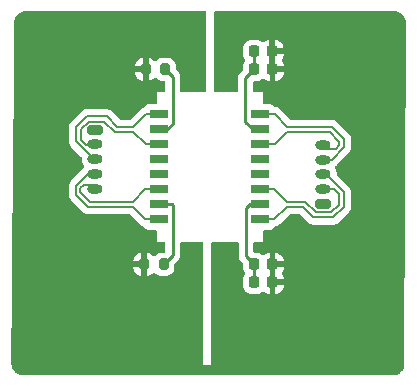
<source format=gbr>
%TF.GenerationSoftware,KiCad,Pcbnew,7.0.6*%
%TF.CreationDate,2024-02-28T21:28:33-05:00*%
%TF.ProjectId,Magnetic,4d61676e-6574-4696-932e-6b696361645f,rev?*%
%TF.SameCoordinates,Original*%
%TF.FileFunction,Copper,L1,Top*%
%TF.FilePolarity,Positive*%
%FSLAX46Y46*%
G04 Gerber Fmt 4.6, Leading zero omitted, Abs format (unit mm)*
G04 Created by KiCad (PCBNEW 7.0.6) date 2024-02-28 21:28:33*
%MOMM*%
%LPD*%
G01*
G04 APERTURE LIST*
G04 Aperture macros list*
%AMRoundRect*
0 Rectangle with rounded corners*
0 $1 Rounding radius*
0 $2 $3 $4 $5 $6 $7 $8 $9 X,Y pos of 4 corners*
0 Add a 4 corners polygon primitive as box body*
4,1,4,$2,$3,$4,$5,$6,$7,$8,$9,$2,$3,0*
0 Add four circle primitives for the rounded corners*
1,1,$1+$1,$2,$3*
1,1,$1+$1,$4,$5*
1,1,$1+$1,$6,$7*
1,1,$1+$1,$8,$9*
0 Add four rect primitives between the rounded corners*
20,1,$1+$1,$2,$3,$4,$5,0*
20,1,$1+$1,$4,$5,$6,$7,0*
20,1,$1+$1,$6,$7,$8,$9,0*
20,1,$1+$1,$8,$9,$2,$3,0*%
G04 Aperture macros list end*
%TA.AperFunction,ComponentPad*%
%ADD10RoundRect,0.200000X0.450000X-0.200000X0.450000X0.200000X-0.450000X0.200000X-0.450000X-0.200000X0*%
%TD*%
%TA.AperFunction,ComponentPad*%
%ADD11O,1.300000X0.800000*%
%TD*%
%TA.AperFunction,ComponentPad*%
%ADD12RoundRect,0.200000X-0.450000X0.200000X-0.450000X-0.200000X0.450000X-0.200000X0.450000X0.200000X0*%
%TD*%
%TA.AperFunction,SMDPad,CuDef*%
%ADD13RoundRect,0.225000X-0.225000X-0.250000X0.225000X-0.250000X0.225000X0.250000X-0.225000X0.250000X0*%
%TD*%
%TA.AperFunction,SMDPad,CuDef*%
%ADD14R,1.650000X0.760000*%
%TD*%
%TA.AperFunction,SMDPad,CuDef*%
%ADD15RoundRect,0.200000X0.200000X0.275000X-0.200000X0.275000X-0.200000X-0.275000X0.200000X-0.275000X0*%
%TD*%
%TA.AperFunction,ViaPad*%
%ADD16C,0.800000*%
%TD*%
%TA.AperFunction,Conductor*%
%ADD17C,0.200000*%
%TD*%
%TA.AperFunction,Conductor*%
%ADD18C,0.250000*%
%TD*%
G04 APERTURE END LIST*
D10*
%TO.P,J3,1,Pin_1*%
%TO.N,GND*%
X130048000Y-54824000D03*
D11*
%TO.P,J3,2,Pin_2*%
%TO.N,/Td-*%
X130048000Y-53574000D03*
%TO.P,J3,3,Pin_3*%
%TO.N,/Td+*%
X130048000Y-52324000D03*
%TO.P,J3,4,Pin_4*%
%TO.N,/Rd-*%
X130048000Y-51074000D03*
%TO.P,J3,5,Pin_5*%
%TO.N,/Rd+*%
X130048000Y-49824000D03*
%TD*%
D12*
%TO.P,J1,1,Pin_1*%
%TO.N,GND*%
X110744000Y-48534000D03*
D11*
%TO.P,J1,2,Pin_2*%
%TO.N,/Rx+*%
X110744000Y-49784000D03*
%TO.P,J1,3,Pin_3*%
%TO.N,/Rx-*%
X110744000Y-51034000D03*
%TO.P,J1,4,Pin_4*%
%TO.N,/Tx+*%
X110744000Y-52284000D03*
%TO.P,J1,5,Pin_5*%
%TO.N,/Tx-*%
X110744000Y-53534000D03*
%TD*%
D13*
%TO.P,C1,1*%
%TO.N,Net-(T1-RCT)*%
X124180000Y-41910000D03*
%TO.P,C1,2*%
%TO.N,GND*%
X125730000Y-41910000D03*
%TD*%
%TO.P,C3,1*%
%TO.N,Net-(T1-TCT)*%
X124193000Y-59944000D03*
%TO.P,C3,2*%
%TO.N,GND*%
X125743000Y-59944000D03*
%TD*%
%TO.P,C2,1*%
%TO.N,Net-(T1-RCT)*%
X124193000Y-43434000D03*
%TO.P,C2,2*%
%TO.N,GND*%
X125743000Y-43434000D03*
%TD*%
D14*
%TO.P,T1,1,TD+*%
%TO.N,/Td+*%
X124651000Y-56134000D03*
%TO.P,T1,2,TCT*%
%TO.N,Net-(T1-TCT)*%
X124651000Y-54864000D03*
%TO.P,T1,3,TD-*%
%TO.N,/Td-*%
X124651000Y-53594000D03*
%TO.P,T1,4,NC_1*%
%TO.N,unconnected-(T1-NC_1-Pad4)*%
X124651000Y-52324000D03*
%TO.P,T1,5,NC_2*%
%TO.N,unconnected-(T1-NC_2-Pad5)*%
X124651000Y-51054000D03*
%TO.P,T1,6,RD+*%
%TO.N,/Rd+*%
X124651000Y-49784000D03*
%TO.P,T1,7,RCT*%
%TO.N,Net-(T1-RCT)*%
X124651000Y-48514000D03*
%TO.P,T1,8,RD-*%
%TO.N,/Rd-*%
X124651000Y-47244000D03*
%TO.P,T1,9,RX-*%
%TO.N,/Rx-*%
X116141000Y-47244000D03*
%TO.P,T1,10,CMT_1*%
%TO.N,Net-(T1-CMT_1)*%
X116141000Y-48514000D03*
%TO.P,T1,11,RX+*%
%TO.N,/Rx+*%
X116141000Y-49784000D03*
%TO.P,T1,12,NC_3*%
%TO.N,unconnected-(T1-NC_3-Pad12)*%
X116141000Y-51054000D03*
%TO.P,T1,13,NC_4*%
%TO.N,unconnected-(T1-NC_4-Pad13)*%
X116141000Y-52324000D03*
%TO.P,T1,14,TX-*%
%TO.N,/Tx-*%
X116141000Y-53594000D03*
%TO.P,T1,15,CMT_2*%
%TO.N,Net-(T1-CMT_2)*%
X116141000Y-54864000D03*
%TO.P,T1,16,TX+*%
%TO.N,/Tx+*%
X116141000Y-56134000D03*
%TD*%
D13*
%TO.P,C4,1*%
%TO.N,Net-(T1-TCT)*%
X124193000Y-61468000D03*
%TO.P,C4,2*%
%TO.N,GND*%
X125743000Y-61468000D03*
%TD*%
D15*
%TO.P,R2,1*%
%TO.N,Net-(T1-CMT_1)*%
X116649000Y-43434000D03*
%TO.P,R2,2*%
%TO.N,GND*%
X114999000Y-43434000D03*
%TD*%
%TO.P,R1,1*%
%TO.N,Net-(T1-CMT_2)*%
X116522000Y-59944000D03*
%TO.P,R1,2*%
%TO.N,GND*%
X114872000Y-59944000D03*
%TD*%
D16*
%TO.N,GND*%
X133477000Y-39751000D03*
X129159000Y-39751000D03*
X121285000Y-39751000D03*
X125603000Y-39751000D03*
X133223000Y-66294000D03*
X128905000Y-66294000D03*
X121031000Y-66294000D03*
X125349000Y-66294000D03*
X107188000Y-66294000D03*
X111506000Y-66294000D03*
X119380000Y-66294000D03*
X115062000Y-66294000D03*
X115062000Y-39751000D03*
X119380000Y-39751000D03*
X111506000Y-39751000D03*
X107188000Y-39751000D03*
%TD*%
D17*
%TO.N,/Rx+*%
X111510108Y-47854000D02*
X110195894Y-47854000D01*
X116250001Y-49784000D02*
X115012500Y-49784000D01*
X112395108Y-48739000D02*
X111510108Y-47854000D01*
X113967500Y-48739000D02*
X112395108Y-48739000D01*
X115012500Y-49784000D02*
X113967500Y-48739000D01*
%TO.N,/Rx-*%
X109104001Y-48309525D02*
X109104001Y-49518686D01*
X112581476Y-48289000D02*
X111696496Y-47404020D01*
X109104001Y-49518686D02*
X110639315Y-51054000D01*
X115012500Y-47244000D02*
X113967500Y-48289000D01*
X110639315Y-51054000D02*
X110853001Y-51054000D01*
X111696496Y-47404020D02*
X110009506Y-47404020D01*
X113967500Y-48289000D02*
X112581476Y-48289000D01*
X116250001Y-47244000D02*
X115012500Y-47244000D01*
X110009506Y-47404020D02*
X109104001Y-48309525D01*
%TO.N,/Rx+*%
X109955001Y-49804000D02*
X110853001Y-49804000D01*
X109554001Y-49403000D02*
X109955001Y-49804000D01*
X110195894Y-47854000D02*
X109554001Y-48495893D01*
X109554001Y-48495893D02*
X109554001Y-49403000D01*
%TO.N,/Tx-*%
X109488101Y-53499100D02*
X109774201Y-53213000D01*
X110512001Y-53213000D02*
X110853001Y-53554000D01*
X110311201Y-54639000D02*
X109488101Y-53815900D01*
X114949500Y-53594000D02*
X113904500Y-54639000D01*
X109774201Y-53213000D02*
X110512001Y-53213000D01*
X109488101Y-53815900D02*
X109488101Y-53499100D01*
X113904500Y-54639000D02*
X110311201Y-54639000D01*
X116187001Y-53594000D02*
X114949500Y-53594000D01*
%TO.N,/Tx+*%
X110111001Y-52304000D02*
X110853001Y-52304000D01*
X116187001Y-56134000D02*
X114949500Y-56134000D01*
X114949500Y-56134000D02*
X113904500Y-55089000D01*
X110124801Y-55089000D02*
X109088101Y-54052300D01*
X113904500Y-55089000D02*
X110124801Y-55089000D01*
X109088101Y-54052300D02*
X109088101Y-53326900D01*
X109088101Y-53326900D02*
X110111001Y-52304000D01*
%TO.N,/Td+*%
X130261686Y-52324000D02*
X130048000Y-52324000D01*
X131797000Y-53859314D02*
X130261686Y-52324000D01*
X131797000Y-55068475D02*
X131797000Y-53859314D01*
X129204505Y-55973980D02*
X130891495Y-55973980D01*
X128319525Y-55089000D02*
X129204505Y-55973980D01*
X126933501Y-55089000D02*
X128319525Y-55089000D01*
X125888501Y-56134000D02*
X126933501Y-55089000D01*
X124651000Y-56134000D02*
X125888501Y-56134000D01*
X130891495Y-55973980D02*
X131797000Y-55068475D01*
%TO.N,/Td-*%
X130946000Y-53574000D02*
X130048000Y-53574000D01*
X131347000Y-53975000D02*
X130946000Y-53574000D01*
X131347000Y-54882107D02*
X131347000Y-53975000D01*
X130705107Y-55524000D02*
X131347000Y-54882107D01*
X129390893Y-55524000D02*
X130705107Y-55524000D01*
X128505893Y-54639000D02*
X129390893Y-55524000D01*
X126933501Y-54639000D02*
X128505893Y-54639000D01*
X125888501Y-53594000D02*
X126933501Y-54639000D01*
X124651000Y-53594000D02*
X125888501Y-53594000D01*
%TO.N,/Rd+*%
X131126800Y-50165000D02*
X130389000Y-50165000D01*
X131412900Y-49562100D02*
X131412900Y-49878900D01*
X131412900Y-49878900D02*
X131126800Y-50165000D01*
X126996501Y-48739000D02*
X130589800Y-48739000D01*
X130589800Y-48739000D02*
X131412900Y-49562100D01*
X130389000Y-50165000D02*
X130048000Y-49824000D01*
X125951501Y-49784000D02*
X126996501Y-48739000D01*
X124714000Y-49784000D02*
X125951501Y-49784000D01*
%TO.N,/Rd-*%
X130790000Y-51074000D02*
X130048000Y-51074000D01*
X130776200Y-48289000D02*
X131812900Y-49325700D01*
X126996501Y-48289000D02*
X130776200Y-48289000D01*
X131812900Y-49325700D02*
X131812900Y-50051100D01*
X124714000Y-47244000D02*
X125951501Y-47244000D01*
X125951501Y-47244000D02*
X126996501Y-48289000D01*
X131812900Y-50051100D02*
X130790000Y-51074000D01*
D18*
%TO.N,Net-(T1-RCT)*%
X124651000Y-48514000D02*
X124066000Y-48514000D01*
X124193000Y-43434000D02*
X124193000Y-41923000D01*
X124193000Y-41923000D02*
X124180000Y-41910000D01*
X123444000Y-47892000D02*
X123444000Y-44183000D01*
X123444000Y-44183000D02*
X124193000Y-43434000D01*
X124066000Y-48514000D02*
X123444000Y-47892000D01*
%TO.N,Net-(T1-TCT)*%
X123501000Y-55188000D02*
X123825000Y-54864000D01*
X123825000Y-54864000D02*
X124651000Y-54864000D01*
X123501000Y-59252000D02*
X123501000Y-55188000D01*
X124193000Y-61468000D02*
X124193000Y-59944000D01*
X124193000Y-59944000D02*
X123501000Y-59252000D01*
%TO.N,Net-(T1-CMT_2)*%
X116522000Y-59944000D02*
X117291000Y-59175000D01*
X117291000Y-59175000D02*
X117291000Y-54939000D01*
X117291000Y-54939000D02*
X117216000Y-54864000D01*
X117216000Y-54864000D02*
X116141000Y-54864000D01*
%TO.N,Net-(T1-CMT_1)*%
X116842000Y-48514000D02*
X117291000Y-48065000D01*
X116141000Y-48514000D02*
X116842000Y-48514000D01*
X117291000Y-48065000D02*
X117291000Y-44076000D01*
X117291000Y-44076000D02*
X116649000Y-43434000D01*
%TD*%
%TA.AperFunction,Conductor*%
%TO.N,GND*%
G36*
X120085039Y-38501185D02*
G01*
X120130794Y-38553989D01*
X120142000Y-38605500D01*
X120142000Y-45215000D01*
X120122315Y-45282039D01*
X120069511Y-45327794D01*
X120018000Y-45339000D01*
X118040500Y-45339000D01*
X117973461Y-45319315D01*
X117927706Y-45266511D01*
X117916500Y-45215000D01*
X117916500Y-44158738D01*
X117918224Y-44143124D01*
X117917938Y-44143097D01*
X117918672Y-44135334D01*
X117916500Y-44066203D01*
X117916500Y-44036651D01*
X117916500Y-44036650D01*
X117915629Y-44029759D01*
X117915172Y-44023945D01*
X117914369Y-43998396D01*
X117913709Y-43977373D01*
X117908122Y-43958144D01*
X117904174Y-43939084D01*
X117901663Y-43919204D01*
X117884512Y-43875887D01*
X117882619Y-43870358D01*
X117869618Y-43825609D01*
X117869616Y-43825606D01*
X117859423Y-43808371D01*
X117850861Y-43790894D01*
X117843487Y-43772270D01*
X117843486Y-43772268D01*
X117816079Y-43734545D01*
X117812888Y-43729686D01*
X117789172Y-43689583D01*
X117789165Y-43689574D01*
X117775006Y-43675415D01*
X117762368Y-43660619D01*
X117750594Y-43644413D01*
X117714694Y-43614714D01*
X117710371Y-43610781D01*
X117585818Y-43486227D01*
X117552334Y-43424904D01*
X117549500Y-43398546D01*
X117549500Y-43102386D01*
X117543494Y-43036292D01*
X117543086Y-43031804D01*
X117492478Y-42869394D01*
X117404472Y-42723815D01*
X117404470Y-42723813D01*
X117404469Y-42723811D01*
X117284188Y-42603530D01*
X117272332Y-42596363D01*
X117138606Y-42515522D01*
X116976196Y-42464914D01*
X116976194Y-42464913D01*
X116976192Y-42464913D01*
X116926778Y-42460423D01*
X116905616Y-42458500D01*
X116392384Y-42458500D01*
X116373145Y-42460248D01*
X116321807Y-42464913D01*
X116159393Y-42515522D01*
X116013811Y-42603530D01*
X116013810Y-42603531D01*
X115911327Y-42706015D01*
X115850004Y-42739500D01*
X115780312Y-42734516D01*
X115735965Y-42706015D01*
X115633877Y-42603927D01*
X115488395Y-42515980D01*
X115488396Y-42515980D01*
X115326105Y-42465409D01*
X115326106Y-42465409D01*
X115255572Y-42459000D01*
X115249000Y-42459000D01*
X115249000Y-44408999D01*
X115255581Y-44408999D01*
X115326102Y-44402591D01*
X115326107Y-44402590D01*
X115488396Y-44352018D01*
X115633877Y-44264072D01*
X115633878Y-44264071D01*
X115735963Y-44161985D01*
X115797286Y-44128499D01*
X115866977Y-44133483D01*
X115911326Y-44161984D01*
X116013811Y-44264469D01*
X116013813Y-44264470D01*
X116013815Y-44264472D01*
X116159394Y-44352478D01*
X116321804Y-44403086D01*
X116392384Y-44409500D01*
X116541500Y-44409500D01*
X116608539Y-44429185D01*
X116654294Y-44481989D01*
X116665500Y-44533500D01*
X116665500Y-45215000D01*
X116645815Y-45282039D01*
X116593011Y-45327794D01*
X116541500Y-45339000D01*
X115951000Y-45339000D01*
X115951000Y-46239500D01*
X115931315Y-46306539D01*
X115878511Y-46352294D01*
X115827000Y-46363500D01*
X115268129Y-46363500D01*
X115268123Y-46363501D01*
X115208516Y-46369908D01*
X115073671Y-46420202D01*
X115073664Y-46420206D01*
X114958456Y-46506452D01*
X114958455Y-46506453D01*
X114958454Y-46506454D01*
X114901375Y-46582700D01*
X114872200Y-46621674D01*
X114871667Y-46622651D01*
X114870880Y-46623437D01*
X114866890Y-46628768D01*
X114866123Y-46628194D01*
X114822259Y-46672054D01*
X114810292Y-46677780D01*
X114709656Y-46719465D01*
X114584219Y-46815716D01*
X114562519Y-46843994D01*
X114557168Y-46850096D01*
X113755084Y-47652181D01*
X113693761Y-47685666D01*
X113667403Y-47688500D01*
X112881573Y-47688500D01*
X112814534Y-47668815D01*
X112793892Y-47652181D01*
X112793891Y-47652180D01*
X112151816Y-47010105D01*
X112146476Y-47004015D01*
X112124778Y-46975738D01*
X111999337Y-46879484D01*
X111928383Y-46850094D01*
X111853258Y-46818976D01*
X111853256Y-46818975D01*
X111735857Y-46803520D01*
X111696496Y-46798338D01*
X111661166Y-46802989D01*
X111653068Y-46803520D01*
X110052934Y-46803520D01*
X110044835Y-46802989D01*
X110009506Y-46798338D01*
X109970145Y-46803520D01*
X109852745Y-46818975D01*
X109852743Y-46818976D01*
X109706663Y-46879484D01*
X109581225Y-46975736D01*
X109559528Y-47004010D01*
X109554177Y-47010112D01*
X108710097Y-47854193D01*
X108703995Y-47859544D01*
X108675719Y-47881242D01*
X108675718Y-47881243D01*
X108566371Y-48023746D01*
X108566612Y-48025126D01*
X108557964Y-48058590D01*
X108518958Y-48152759D01*
X108518956Y-48152764D01*
X108498319Y-48309523D01*
X108498319Y-48309525D01*
X108502970Y-48344851D01*
X108503501Y-48352952D01*
X108503501Y-49475257D01*
X108502970Y-49483359D01*
X108498319Y-49518685D01*
X108498319Y-49518686D01*
X108504718Y-49567288D01*
X108518956Y-49675446D01*
X108518957Y-49675448D01*
X108579465Y-49821527D01*
X108675719Y-49946968D01*
X108703996Y-49968666D01*
X108710086Y-49974006D01*
X109142411Y-50406331D01*
X109560255Y-50824175D01*
X109593740Y-50885498D01*
X109593854Y-50932853D01*
X109594179Y-50932888D01*
X109593861Y-50935906D01*
X109593866Y-50937631D01*
X109593500Y-50939353D01*
X109593500Y-51128645D01*
X109632855Y-51313802D01*
X109632857Y-51313807D01*
X109707682Y-51481864D01*
X109709849Y-51486730D01*
X109749628Y-51541481D01*
X109782056Y-51586115D01*
X109805535Y-51651922D01*
X109789709Y-51719975D01*
X109782056Y-51731885D01*
X109709846Y-51831274D01*
X109709843Y-51831278D01*
X109705291Y-51841502D01*
X109686710Y-51868544D01*
X109687663Y-51869275D01*
X109661020Y-51903994D01*
X109655669Y-51910096D01*
X108694197Y-52871568D01*
X108688095Y-52876919D01*
X108659817Y-52898619D01*
X108587014Y-52993499D01*
X108563565Y-53024058D01*
X108563562Y-53024063D01*
X108503058Y-53170134D01*
X108503056Y-53170139D01*
X108482419Y-53326898D01*
X108482419Y-53326900D01*
X108487070Y-53362226D01*
X108487601Y-53370327D01*
X108487601Y-54008871D01*
X108487070Y-54016969D01*
X108482419Y-54052300D01*
X108487132Y-54088102D01*
X108487601Y-54091660D01*
X108503056Y-54209060D01*
X108503057Y-54209062D01*
X108541411Y-54301658D01*
X108563565Y-54355141D01*
X108659819Y-54480582D01*
X108688096Y-54502280D01*
X108694186Y-54507620D01*
X109190806Y-55004240D01*
X109669470Y-55482904D01*
X109674821Y-55489005D01*
X109696519Y-55517282D01*
X109795211Y-55593011D01*
X109821960Y-55613536D01*
X109968039Y-55674044D01*
X110046419Y-55684362D01*
X110124800Y-55694682D01*
X110124801Y-55694682D01*
X110160130Y-55690030D01*
X110168229Y-55689500D01*
X113604403Y-55689500D01*
X113671442Y-55709185D01*
X113692084Y-55725819D01*
X114494169Y-56527904D01*
X114499520Y-56534005D01*
X114518717Y-56559023D01*
X114521218Y-56562282D01*
X114646837Y-56658674D01*
X114648532Y-56659312D01*
X114792738Y-56719044D01*
X114798140Y-56719755D01*
X114862038Y-56748019D01*
X114881226Y-56768384D01*
X114958452Y-56871544D01*
X114958455Y-56871547D01*
X115073664Y-56957793D01*
X115073671Y-56957797D01*
X115118618Y-56974561D01*
X115208517Y-57008091D01*
X115268127Y-57014500D01*
X115827000Y-57014499D01*
X115894039Y-57034183D01*
X115939794Y-57086987D01*
X115951000Y-57138499D01*
X115951000Y-58039000D01*
X116541500Y-58039000D01*
X116608539Y-58058685D01*
X116654294Y-58111489D01*
X116665500Y-58163000D01*
X116665500Y-58844500D01*
X116645815Y-58911539D01*
X116593011Y-58957294D01*
X116541500Y-58968500D01*
X116265384Y-58968500D01*
X116246145Y-58970248D01*
X116194807Y-58974913D01*
X116032393Y-59025522D01*
X115886811Y-59113530D01*
X115886810Y-59113531D01*
X115784327Y-59216015D01*
X115723004Y-59249500D01*
X115653312Y-59244516D01*
X115608965Y-59216015D01*
X115506877Y-59113927D01*
X115361395Y-59025980D01*
X115361396Y-59025980D01*
X115199105Y-58975409D01*
X115199106Y-58975409D01*
X115128572Y-58969000D01*
X115122000Y-58969000D01*
X115122000Y-60918999D01*
X115128581Y-60918999D01*
X115199102Y-60912591D01*
X115199107Y-60912590D01*
X115361396Y-60862018D01*
X115506877Y-60774072D01*
X115506878Y-60774071D01*
X115608963Y-60671985D01*
X115670286Y-60638499D01*
X115739977Y-60643483D01*
X115784326Y-60671984D01*
X115886811Y-60774469D01*
X115886813Y-60774470D01*
X115886815Y-60774472D01*
X116032394Y-60862478D01*
X116194804Y-60913086D01*
X116265384Y-60919500D01*
X116265387Y-60919500D01*
X116778613Y-60919500D01*
X116778616Y-60919500D01*
X116849196Y-60913086D01*
X117011606Y-60862478D01*
X117157185Y-60774472D01*
X117277472Y-60654185D01*
X117365478Y-60508606D01*
X117416086Y-60346196D01*
X117422500Y-60275616D01*
X117422499Y-59979451D01*
X117442185Y-59912413D01*
X117458819Y-59891771D01*
X117508819Y-59841771D01*
X117674788Y-59675801D01*
X117687042Y-59665986D01*
X117686859Y-59665764D01*
X117692866Y-59660792D01*
X117692877Y-59660786D01*
X117723775Y-59627882D01*
X117740227Y-59610364D01*
X117750671Y-59599918D01*
X117761120Y-59589471D01*
X117765379Y-59583978D01*
X117769152Y-59579561D01*
X117801062Y-59545582D01*
X117810713Y-59528024D01*
X117821396Y-59511761D01*
X117833673Y-59495936D01*
X117852185Y-59453153D01*
X117854738Y-59447941D01*
X117877197Y-59407092D01*
X117882180Y-59387680D01*
X117888481Y-59369280D01*
X117896437Y-59350896D01*
X117903729Y-59304852D01*
X117904906Y-59299171D01*
X117916500Y-59254019D01*
X117916500Y-59233982D01*
X117918027Y-59214582D01*
X117921160Y-59194803D01*
X117921160Y-59194800D01*
X117920022Y-59182768D01*
X117916772Y-59148394D01*
X117916500Y-59142599D01*
X117916500Y-58162999D01*
X117936185Y-58095960D01*
X117988989Y-58050206D01*
X118040500Y-58039000D01*
X119764000Y-58039000D01*
X119831039Y-58058685D01*
X119876794Y-58111489D01*
X119888000Y-58162999D01*
X119888000Y-68453000D01*
X120522999Y-68453000D01*
X120523000Y-68453000D01*
X120523000Y-58163000D01*
X120542685Y-58095961D01*
X120595489Y-58050206D01*
X120647000Y-58039000D01*
X122751500Y-58039000D01*
X122818539Y-58058685D01*
X122864294Y-58111489D01*
X122875500Y-58163000D01*
X122875500Y-59169255D01*
X122873775Y-59184872D01*
X122874061Y-59184899D01*
X122873326Y-59192665D01*
X122875500Y-59261814D01*
X122875500Y-59291343D01*
X122875501Y-59291360D01*
X122876368Y-59298231D01*
X122876826Y-59304050D01*
X122878290Y-59350624D01*
X122878291Y-59350627D01*
X122883880Y-59369867D01*
X122887824Y-59388911D01*
X122890121Y-59407090D01*
X122890336Y-59408791D01*
X122907490Y-59452119D01*
X122909382Y-59457647D01*
X122922381Y-59502388D01*
X122932580Y-59519634D01*
X122941136Y-59537100D01*
X122948514Y-59555732D01*
X122969052Y-59584001D01*
X122975898Y-59593423D01*
X122979106Y-59598307D01*
X123002827Y-59638416D01*
X123002833Y-59638424D01*
X123016990Y-59652580D01*
X123029628Y-59667376D01*
X123041405Y-59683586D01*
X123041406Y-59683587D01*
X123077309Y-59713288D01*
X123081620Y-59717210D01*
X123206181Y-59841771D01*
X123239666Y-59903094D01*
X123242500Y-59929452D01*
X123242500Y-60242336D01*
X123242501Y-60242355D01*
X123252650Y-60341707D01*
X123252651Y-60341710D01*
X123305996Y-60502694D01*
X123305998Y-60502699D01*
X123391244Y-60640903D01*
X123409684Y-60708295D01*
X123391244Y-60771097D01*
X123305998Y-60909300D01*
X123305996Y-60909305D01*
X123252651Y-61070290D01*
X123242500Y-61169647D01*
X123242500Y-61766337D01*
X123242501Y-61766355D01*
X123252650Y-61865707D01*
X123252651Y-61865710D01*
X123305996Y-62026694D01*
X123306001Y-62026705D01*
X123395029Y-62171040D01*
X123395032Y-62171044D01*
X123514955Y-62290967D01*
X123514959Y-62290970D01*
X123659294Y-62379998D01*
X123659297Y-62379999D01*
X123659303Y-62380003D01*
X123820292Y-62433349D01*
X123919655Y-62443500D01*
X124466344Y-62443499D01*
X124466352Y-62443498D01*
X124466355Y-62443498D01*
X124520760Y-62437940D01*
X124565708Y-62433349D01*
X124726697Y-62380003D01*
X124871044Y-62290968D01*
X124880668Y-62281343D01*
X124941987Y-62247856D01*
X125011679Y-62252835D01*
X125056034Y-62281339D01*
X125065267Y-62290572D01*
X125065271Y-62290575D01*
X125209507Y-62379542D01*
X125209518Y-62379547D01*
X125370393Y-62432855D01*
X125469683Y-62442999D01*
X125493000Y-62442998D01*
X125493000Y-61718000D01*
X125993000Y-61718000D01*
X125993000Y-62442999D01*
X126016308Y-62442999D01*
X126016322Y-62442998D01*
X126115607Y-62432855D01*
X126276481Y-62379547D01*
X126276492Y-62379542D01*
X126420728Y-62290575D01*
X126420732Y-62290572D01*
X126540572Y-62170732D01*
X126540575Y-62170728D01*
X126629542Y-62026492D01*
X126629547Y-62026481D01*
X126682855Y-61865606D01*
X126692999Y-61766322D01*
X126693000Y-61766309D01*
X126693000Y-61718000D01*
X125993000Y-61718000D01*
X125493000Y-61718000D01*
X125493000Y-61217999D01*
X125992999Y-61217999D01*
X125993000Y-61218000D01*
X126692999Y-61218000D01*
X126692999Y-61169692D01*
X126692998Y-61169677D01*
X126682855Y-61070392D01*
X126629547Y-60909518D01*
X126629542Y-60909507D01*
X126544168Y-60771096D01*
X126525727Y-60703704D01*
X126544168Y-60640901D01*
X126629544Y-60502488D01*
X126629547Y-60502481D01*
X126682855Y-60341606D01*
X126692999Y-60242322D01*
X126693000Y-60242309D01*
X126693000Y-60194000D01*
X125993000Y-60194000D01*
X125992999Y-61217999D01*
X125493000Y-61217999D01*
X125493000Y-58969000D01*
X125993000Y-58969000D01*
X125993000Y-59694000D01*
X126692999Y-59694000D01*
X126692999Y-59645692D01*
X126692998Y-59645677D01*
X126682855Y-59546392D01*
X126629547Y-59385518D01*
X126629542Y-59385507D01*
X126540575Y-59241271D01*
X126540572Y-59241267D01*
X126420732Y-59121427D01*
X126420728Y-59121424D01*
X126276492Y-59032457D01*
X126276481Y-59032452D01*
X126115606Y-58979144D01*
X126016322Y-58969000D01*
X125993000Y-58969000D01*
X125493000Y-58969000D01*
X125493000Y-58968999D01*
X125469693Y-58969000D01*
X125469674Y-58969001D01*
X125370392Y-58979144D01*
X125209518Y-59032452D01*
X125209507Y-59032457D01*
X125065271Y-59121424D01*
X125065265Y-59121428D01*
X125056031Y-59130663D01*
X124994707Y-59164146D01*
X124925015Y-59159159D01*
X124880672Y-59130660D01*
X124871044Y-59121032D01*
X124871040Y-59121029D01*
X124726705Y-59032001D01*
X124726699Y-59031998D01*
X124726697Y-59031997D01*
X124707157Y-59025522D01*
X124565709Y-58978651D01*
X124466352Y-58968500D01*
X124466345Y-58968500D01*
X124250500Y-58968500D01*
X124183461Y-58948815D01*
X124137706Y-58896011D01*
X124126500Y-58844500D01*
X124126500Y-58163000D01*
X124146185Y-58095961D01*
X124198989Y-58050206D01*
X124250500Y-58039000D01*
X124968000Y-58039000D01*
X124968000Y-57138499D01*
X124987685Y-57071460D01*
X125040489Y-57025705D01*
X125092000Y-57014499D01*
X125523871Y-57014499D01*
X125523872Y-57014499D01*
X125583483Y-57008091D01*
X125718331Y-56957796D01*
X125833546Y-56871546D01*
X125905745Y-56775099D01*
X125961678Y-56733230D01*
X125988821Y-56726474D01*
X126045263Y-56719044D01*
X126191342Y-56658536D01*
X126191341Y-56658535D01*
X126210282Y-56650690D01*
X126214618Y-56642401D01*
X126228360Y-56630129D01*
X126316783Y-56562282D01*
X126338485Y-56533998D01*
X126343811Y-56527923D01*
X127145916Y-55725819D01*
X127207240Y-55692334D01*
X127233598Y-55689500D01*
X128019428Y-55689500D01*
X128086467Y-55709185D01*
X128107109Y-55725819D01*
X128749174Y-56367884D01*
X128754525Y-56373985D01*
X128776223Y-56402262D01*
X128901664Y-56498516D01*
X129047743Y-56559024D01*
X129126124Y-56569342D01*
X129204504Y-56579662D01*
X129204505Y-56579662D01*
X129239834Y-56575010D01*
X129247933Y-56574480D01*
X130848067Y-56574480D01*
X130856165Y-56575010D01*
X130891495Y-56579662D01*
X130891496Y-56579662D01*
X130943749Y-56572782D01*
X131048257Y-56559024D01*
X131194336Y-56498516D01*
X131319777Y-56402262D01*
X131341479Y-56373978D01*
X131346805Y-56367903D01*
X132190923Y-55523786D01*
X132197006Y-55518452D01*
X132225282Y-55496757D01*
X132261587Y-55449444D01*
X132321536Y-55371316D01*
X132382044Y-55225237D01*
X132402682Y-55068475D01*
X132398030Y-55033144D01*
X132397500Y-55025046D01*
X132397500Y-53902742D01*
X132398031Y-53894640D01*
X132402057Y-53864065D01*
X132402682Y-53859314D01*
X132401956Y-53853803D01*
X132382044Y-53702553D01*
X132382042Y-53702548D01*
X132367999Y-53668646D01*
X132321536Y-53556473D01*
X132265666Y-53483662D01*
X132225282Y-53431032D01*
X132197005Y-53409334D01*
X132190904Y-53403983D01*
X131234818Y-52447897D01*
X131201333Y-52386574D01*
X131198499Y-52360215D01*
X131198500Y-52229354D01*
X131159144Y-52044197D01*
X131141332Y-52004192D01*
X131082151Y-51871270D01*
X131056902Y-51836518D01*
X131024762Y-51792280D01*
X131001283Y-51726476D01*
X131017108Y-51658422D01*
X131067214Y-51609728D01*
X131077619Y-51604840D01*
X131092841Y-51598536D01*
X131100668Y-51592530D01*
X131218282Y-51502282D01*
X131239983Y-51473999D01*
X131245311Y-51467922D01*
X132206822Y-50506411D01*
X132212899Y-50501083D01*
X132241182Y-50479382D01*
X132337436Y-50353941D01*
X132397944Y-50207862D01*
X132413400Y-50090461D01*
X132418582Y-50051100D01*
X132413930Y-50015769D01*
X132413400Y-50007671D01*
X132413400Y-49369128D01*
X132413931Y-49361026D01*
X132414174Y-49359185D01*
X132418582Y-49325700D01*
X132415496Y-49302263D01*
X132397944Y-49168939D01*
X132397942Y-49168934D01*
X132397257Y-49167281D01*
X132337436Y-49022859D01*
X132309862Y-48986924D01*
X132241182Y-48897418D01*
X132212905Y-48875720D01*
X132206804Y-48870369D01*
X131231528Y-47895093D01*
X131226174Y-47888988D01*
X131204486Y-47860722D01*
X131204483Y-47860720D01*
X131204482Y-47860718D01*
X131079041Y-47764464D01*
X130932962Y-47703956D01*
X130932960Y-47703955D01*
X130881933Y-47697238D01*
X130776201Y-47683318D01*
X130776200Y-47683318D01*
X130740870Y-47687969D01*
X130732772Y-47688500D01*
X127296598Y-47688500D01*
X127229559Y-47668815D01*
X127208917Y-47652181D01*
X127208916Y-47652180D01*
X126406821Y-46850085D01*
X126401480Y-46843994D01*
X126379783Y-46815718D01*
X126254342Y-46719464D01*
X126108263Y-46658956D01*
X126108261Y-46658955D01*
X125990855Y-46643499D01*
X125981923Y-46642322D01*
X125918030Y-46614049D01*
X125898855Y-46593696D01*
X125833546Y-46506454D01*
X125810709Y-46489358D01*
X125718335Y-46420206D01*
X125718328Y-46420202D01*
X125583482Y-46369908D01*
X125583483Y-46369908D01*
X125523883Y-46363501D01*
X125523881Y-46363500D01*
X125523873Y-46363500D01*
X125523865Y-46363500D01*
X125092000Y-46363500D01*
X125024961Y-46343815D01*
X124979206Y-46291011D01*
X124968000Y-46239500D01*
X124968000Y-45339000D01*
X124193500Y-45339000D01*
X124126461Y-45319315D01*
X124080706Y-45266511D01*
X124069500Y-45215000D01*
X124069500Y-44533499D01*
X124089185Y-44466460D01*
X124141989Y-44420705D01*
X124193500Y-44409499D01*
X124466338Y-44409499D01*
X124466344Y-44409499D01*
X124466352Y-44409498D01*
X124466355Y-44409498D01*
X124533980Y-44402590D01*
X124565708Y-44399349D01*
X124726697Y-44346003D01*
X124871044Y-44256968D01*
X124880668Y-44247343D01*
X124941987Y-44213856D01*
X125011679Y-44218835D01*
X125056034Y-44247339D01*
X125065267Y-44256572D01*
X125065271Y-44256575D01*
X125209507Y-44345542D01*
X125209518Y-44345547D01*
X125370393Y-44398855D01*
X125469683Y-44408999D01*
X125493000Y-44408998D01*
X125493000Y-43684000D01*
X125993000Y-43684000D01*
X125993000Y-44408999D01*
X126016308Y-44408999D01*
X126016322Y-44408998D01*
X126115607Y-44398855D01*
X126276481Y-44345547D01*
X126276492Y-44345542D01*
X126420728Y-44256575D01*
X126420732Y-44256572D01*
X126540572Y-44136732D01*
X126540575Y-44136728D01*
X126629542Y-43992492D01*
X126629547Y-43992481D01*
X126682855Y-43831606D01*
X126692999Y-43732322D01*
X126693000Y-43732309D01*
X126693000Y-43684000D01*
X125993000Y-43684000D01*
X125493000Y-43684000D01*
X125493000Y-42905613D01*
X125482834Y-42886996D01*
X125480000Y-42860638D01*
X125480000Y-42438386D01*
X125979999Y-42438386D01*
X125990166Y-42457004D01*
X125993000Y-42483362D01*
X125993000Y-43184000D01*
X126692999Y-43184000D01*
X126692999Y-43135692D01*
X126692998Y-43135677D01*
X126682855Y-43036392D01*
X126629547Y-42875518D01*
X126629542Y-42875507D01*
X126537668Y-42726558D01*
X126519227Y-42659166D01*
X126537668Y-42596363D01*
X126616544Y-42468488D01*
X126616547Y-42468481D01*
X126669855Y-42307606D01*
X126679999Y-42208322D01*
X126680000Y-42208309D01*
X126680000Y-42160000D01*
X125980000Y-42160000D01*
X125979999Y-42438386D01*
X125480000Y-42438386D01*
X125479999Y-40935000D01*
X125980000Y-40935000D01*
X125980000Y-41660000D01*
X126679999Y-41660000D01*
X126679999Y-41611692D01*
X126679998Y-41611677D01*
X126669855Y-41512392D01*
X126616547Y-41351518D01*
X126616542Y-41351507D01*
X126527575Y-41207271D01*
X126527572Y-41207267D01*
X126407732Y-41087427D01*
X126407728Y-41087424D01*
X126263492Y-40998457D01*
X126263481Y-40998452D01*
X126102606Y-40945144D01*
X126003322Y-40935000D01*
X125980000Y-40935000D01*
X125479999Y-40935000D01*
X125479999Y-40934999D01*
X125456693Y-40935000D01*
X125456674Y-40935001D01*
X125357392Y-40945144D01*
X125196518Y-40998452D01*
X125196507Y-40998457D01*
X125052271Y-41087424D01*
X125052265Y-41087428D01*
X125043031Y-41096663D01*
X124981707Y-41130146D01*
X124912015Y-41125159D01*
X124867672Y-41096660D01*
X124858044Y-41087032D01*
X124858040Y-41087029D01*
X124713705Y-40998001D01*
X124713699Y-40997998D01*
X124713697Y-40997997D01*
X124713694Y-40997996D01*
X124552709Y-40944651D01*
X124453346Y-40934500D01*
X123906662Y-40934500D01*
X123906644Y-40934501D01*
X123807292Y-40944650D01*
X123807289Y-40944651D01*
X123646305Y-40997996D01*
X123646294Y-40998001D01*
X123501959Y-41087029D01*
X123501955Y-41087032D01*
X123382032Y-41206955D01*
X123382029Y-41206959D01*
X123293001Y-41351294D01*
X123292996Y-41351305D01*
X123239651Y-41512290D01*
X123229500Y-41611647D01*
X123229500Y-42208337D01*
X123229501Y-42208355D01*
X123239650Y-42307707D01*
X123239651Y-42307710D01*
X123292996Y-42468694D01*
X123292998Y-42468699D01*
X123384744Y-42617441D01*
X123403184Y-42684833D01*
X123384744Y-42747635D01*
X123305998Y-42875300D01*
X123305996Y-42875305D01*
X123252651Y-43036290D01*
X123242500Y-43135647D01*
X123242500Y-43448545D01*
X123222815Y-43515584D01*
X123206181Y-43536226D01*
X123060208Y-43682199D01*
X123047951Y-43692020D01*
X123048134Y-43692241D01*
X123042123Y-43697213D01*
X122994772Y-43747636D01*
X122973889Y-43768519D01*
X122973877Y-43768532D01*
X122969621Y-43774017D01*
X122965837Y-43778447D01*
X122933937Y-43812418D01*
X122933936Y-43812420D01*
X122924284Y-43829976D01*
X122913610Y-43846226D01*
X122901329Y-43862061D01*
X122901324Y-43862068D01*
X122882815Y-43904838D01*
X122880245Y-43910084D01*
X122857803Y-43950906D01*
X122852822Y-43970307D01*
X122846521Y-43988710D01*
X122838562Y-44007102D01*
X122838561Y-44007105D01*
X122831271Y-44053127D01*
X122830087Y-44058846D01*
X122818501Y-44103972D01*
X122818500Y-44103982D01*
X122818500Y-44124016D01*
X122816973Y-44143416D01*
X122813839Y-44163194D01*
X122818224Y-44209580D01*
X122818499Y-44215417D01*
X122818500Y-45215000D01*
X122798816Y-45282039D01*
X122746012Y-45327794D01*
X122694500Y-45339000D01*
X120901000Y-45339000D01*
X120833961Y-45319315D01*
X120788206Y-45266511D01*
X120777000Y-45215000D01*
X120777000Y-38605500D01*
X120796685Y-38538461D01*
X120849489Y-38492706D01*
X120901000Y-38481500D01*
X136026162Y-38481500D01*
X136031577Y-38481736D01*
X136073781Y-38485437D01*
X136201247Y-38498038D01*
X136221213Y-38501682D01*
X136254206Y-38510547D01*
X136287110Y-38519387D01*
X136381482Y-38548092D01*
X136397924Y-38554399D01*
X136433962Y-38571254D01*
X136464879Y-38585713D01*
X136467910Y-38587233D01*
X136498020Y-38603376D01*
X136552623Y-38632651D01*
X136558958Y-38636555D01*
X136624787Y-38682805D01*
X136628508Y-38685637D01*
X136701316Y-38745608D01*
X136705808Y-38749695D01*
X136723962Y-38767923D01*
X136762957Y-38807078D01*
X136767047Y-38811610D01*
X136826677Y-38884612D01*
X136829537Y-38888400D01*
X136875501Y-38954395D01*
X136879390Y-38960763D01*
X136924455Y-39045650D01*
X136925962Y-39048687D01*
X136956997Y-39115759D01*
X136963240Y-39132232D01*
X136991559Y-39226721D01*
X137008990Y-39292681D01*
X137012555Y-39312684D01*
X137024782Y-39441927D01*
X137028142Y-39482130D01*
X137028357Y-39487552D01*
X136909609Y-68343411D01*
X136909352Y-68348804D01*
X136905444Y-68391541D01*
X136892556Y-68517380D01*
X136888866Y-68537248D01*
X136870860Y-68603542D01*
X136841016Y-68700745D01*
X136837856Y-68708927D01*
X136804489Y-68779933D01*
X136802972Y-68782946D01*
X136757936Y-68866632D01*
X136754033Y-68872947D01*
X136707711Y-68938748D01*
X136704848Y-68942503D01*
X136645526Y-69014447D01*
X136641439Y-69018937D01*
X136584033Y-69076110D01*
X136579525Y-69080179D01*
X136507331Y-69139210D01*
X136503565Y-69142058D01*
X136437569Y-69188112D01*
X136431238Y-69191988D01*
X136347400Y-69236662D01*
X136344382Y-69238166D01*
X136273205Y-69271258D01*
X136265010Y-69274384D01*
X136167688Y-69303827D01*
X136101330Y-69321558D01*
X136081444Y-69325167D01*
X135955129Y-69337577D01*
X135950065Y-69338018D01*
X135912864Y-69341265D01*
X135907479Y-69341500D01*
X104642990Y-69341500D01*
X104637554Y-69341261D01*
X104611123Y-69338936D01*
X104596357Y-69337637D01*
X104559189Y-69333943D01*
X104467207Y-69324803D01*
X104447208Y-69321141D01*
X104382657Y-69303749D01*
X104286497Y-69274415D01*
X104270014Y-69268072D01*
X104203920Y-69237067D01*
X104200885Y-69235540D01*
X104141284Y-69203487D01*
X104115009Y-69189356D01*
X104108664Y-69185433D01*
X104068476Y-69157102D01*
X104043519Y-69139508D01*
X104039737Y-69136619D01*
X103966117Y-69075757D01*
X103961600Y-69071632D01*
X103933887Y-69043692D01*
X103905035Y-69014603D01*
X103900963Y-69010071D01*
X103840707Y-68935957D01*
X103837849Y-68932153D01*
X103792462Y-68866641D01*
X103788580Y-68860247D01*
X103747816Y-68782946D01*
X103743089Y-68773981D01*
X103741598Y-68770956D01*
X103711127Y-68704595D01*
X103704924Y-68688072D01*
X103679891Y-68603542D01*
X103676388Y-68591717D01*
X103659524Y-68527026D01*
X103656024Y-68506973D01*
X103643871Y-68373128D01*
X103641008Y-68337229D01*
X103640814Y-68331787D01*
X103689277Y-62443498D01*
X103707792Y-60194000D01*
X113972001Y-60194000D01*
X113972001Y-60275582D01*
X113978408Y-60346102D01*
X113978409Y-60346107D01*
X114028981Y-60508396D01*
X114116927Y-60653877D01*
X114237122Y-60774072D01*
X114382604Y-60862019D01*
X114382603Y-60862019D01*
X114544894Y-60912590D01*
X114544893Y-60912590D01*
X114615408Y-60918998D01*
X114615426Y-60918999D01*
X114621999Y-60918998D01*
X114622000Y-60918998D01*
X114622000Y-60194000D01*
X113972001Y-60194000D01*
X103707792Y-60194000D01*
X103711907Y-59694000D01*
X113972000Y-59694000D01*
X114622000Y-59694000D01*
X114622000Y-58969000D01*
X114621999Y-58968999D01*
X114615436Y-58969000D01*
X114615417Y-58969001D01*
X114544897Y-58975408D01*
X114544892Y-58975409D01*
X114382603Y-59025981D01*
X114237122Y-59113927D01*
X114116927Y-59234122D01*
X114028980Y-59379604D01*
X113978409Y-59541893D01*
X113972000Y-59612427D01*
X113972000Y-59694000D01*
X103711907Y-59694000D01*
X103843676Y-43684000D01*
X114099001Y-43684000D01*
X114099001Y-43765582D01*
X114105408Y-43836102D01*
X114105409Y-43836107D01*
X114155981Y-43998396D01*
X114243927Y-44143877D01*
X114364122Y-44264072D01*
X114509604Y-44352019D01*
X114509603Y-44352019D01*
X114671894Y-44402590D01*
X114671893Y-44402590D01*
X114742408Y-44408998D01*
X114742426Y-44408999D01*
X114748999Y-44408998D01*
X114749000Y-44408998D01*
X114749000Y-43684000D01*
X114099001Y-43684000D01*
X103843676Y-43684000D01*
X103848463Y-43102427D01*
X114098999Y-43102427D01*
X114099000Y-43184000D01*
X114748999Y-43184000D01*
X114749000Y-42459000D01*
X114748999Y-42458999D01*
X114742436Y-42459000D01*
X114742417Y-42459001D01*
X114671897Y-42465408D01*
X114671892Y-42465409D01*
X114509603Y-42515981D01*
X114364122Y-42603927D01*
X114243927Y-42724122D01*
X114155980Y-42869604D01*
X114105409Y-43031893D01*
X114098999Y-43102427D01*
X103848463Y-43102427D01*
X103878314Y-39475460D01*
X103878591Y-39470118D01*
X103882707Y-39426940D01*
X103895975Y-39302087D01*
X103899726Y-39282295D01*
X103918047Y-39215747D01*
X103947986Y-39119380D01*
X103951147Y-39111272D01*
X103984823Y-39040160D01*
X103986297Y-39037254D01*
X104031310Y-38954176D01*
X104035200Y-38947919D01*
X104081761Y-38882129D01*
X104084582Y-38878449D01*
X104143769Y-38807006D01*
X104147815Y-38802581D01*
X104205427Y-38745442D01*
X104209869Y-38741448D01*
X104281806Y-38682844D01*
X104285512Y-38680052D01*
X104351679Y-38634036D01*
X104357956Y-38630206D01*
X104441407Y-38585875D01*
X104444374Y-38584403D01*
X104472741Y-38571254D01*
X104515712Y-38551336D01*
X104523850Y-38548240D01*
X104620468Y-38519093D01*
X104687169Y-38501319D01*
X104706973Y-38497735D01*
X104831736Y-38485512D01*
X104850725Y-38483860D01*
X104875165Y-38481734D01*
X104880543Y-38481500D01*
X120018000Y-38481500D01*
X120085039Y-38501185D01*
G37*
%TD.AperFunction*%
%TD*%
M02*

</source>
